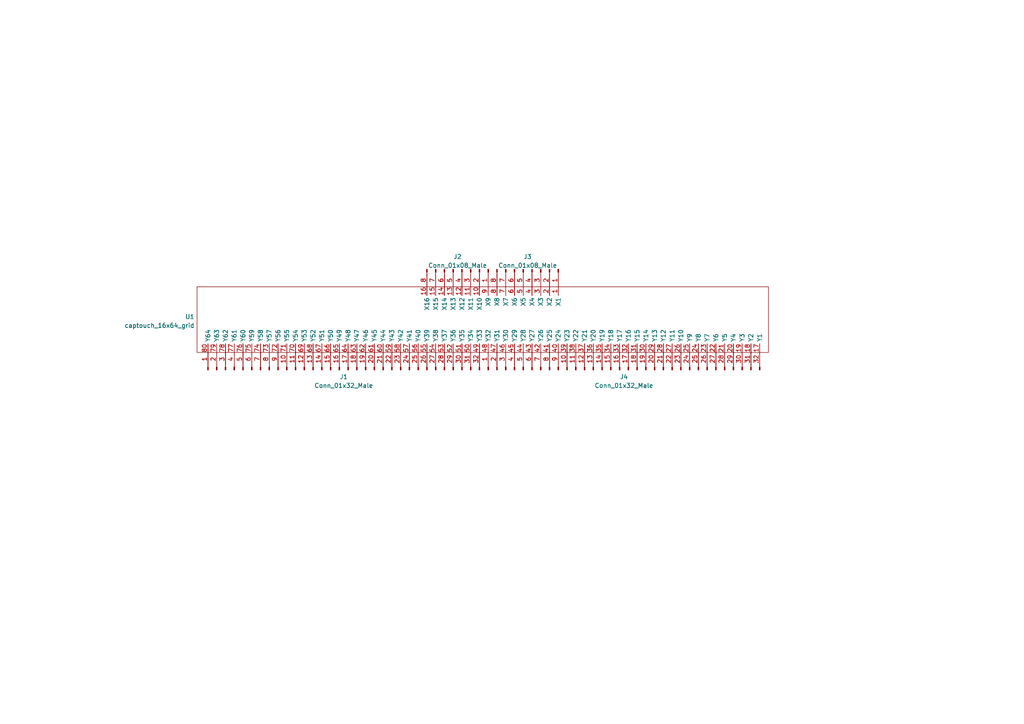
<source format=kicad_sch>
(kicad_sch (version 20211123) (generator eeschema)
  (paper "A4")
  (lib_symbols
    (symbol "Connector:Conn_01x08_Male" (pin_names (offset 1.016) hide)
      (property "Reference" "J" (at 0 10.16 0))
      (property "Value" "Conn_01x08_Male" (at 0 -12.7 0))
      (symbol "Conn_01x08_Male_1_1"
        (polyline (pts (xy 1.27 -10.16) (xy 0.8636 -10.16)) (stroke (width 0.1524)))
        (polyline (pts (xy 1.27 -7.62) (xy 0.8636 -7.62)) (stroke (width 0.1524)))
        (polyline (pts (xy 1.27 -5.08) (xy 0.8636 -5.08)) (stroke (width 0.1524)))
        (polyline (pts (xy 1.27 -2.54) (xy 0.8636 -2.54)) (stroke (width 0.1524)))
        (polyline (pts (xy 1.27 0) (xy 0.8636 0)) (stroke (width 0.1524)))
        (polyline (pts (xy 1.27 2.54) (xy 0.8636 2.54)) (stroke (width 0.1524)))
        (polyline (pts (xy 1.27 5.08) (xy 0.8636 5.08)) (stroke (width 0.1524)))
        (polyline (pts (xy 1.27 7.62) (xy 0.8636 7.62)) (stroke (width 0.1524)))
        (rectangle (start 0.8636 -10.033) (end 0 -10.287) (stroke (width 0.1524)) (fill (type outline)))
        (rectangle (start 0.8636 -7.493) (end 0 -7.747) (stroke (width 0.1524)) (fill (type outline)))
        (rectangle (start 0.8636 -4.953) (end 0 -5.207) (stroke (width 0.1524)) (fill (type outline)))
        (rectangle (start 0.8636 -2.413) (end 0 -2.667) (stroke (width 0.1524)) (fill (type outline)))
        (rectangle (start 0.8636 0.127) (end 0 -0.127) (stroke (width 0.1524)) (fill (type outline)))
        (rectangle (start 0.8636 2.667) (end 0 2.413) (stroke (width 0.1524)) (fill (type outline)))
        (rectangle (start 0.8636 5.207) (end 0 4.953) (stroke (width 0.1524)) (fill (type outline)))
        (rectangle (start 0.8636 7.747) (end 0 7.493) (stroke (width 0.1524)) (fill (type outline)))
        (pin passive line (at 5.08 7.62 180) (length 3.81) (name "Pin_1") (number "1"))
        (pin passive line (at 5.08 5.08 180) (length 3.81) (name "Pin_2") (number "2"))
        (pin passive line (at 5.08 2.54 180) (length 3.81) (name "Pin_3") (number "3"))
        (pin passive line (at 5.08 0 180) (length 3.81) (name "Pin_4") (number "4"))
        (pin passive line (at 5.08 -2.54 180) (length 3.81) (name "Pin_5") (number "5"))
        (pin passive line (at 5.08 -5.08 180) (length 3.81) (name "Pin_6") (number "6"))
        (pin passive line (at 5.08 -7.62 180) (length 3.81) (name "Pin_7") (number "7"))
        (pin passive line (at 5.08 -10.16 180) (length 3.81) (name "Pin_8") (number "8"))
      )
    )
    (symbol "Connector:Conn_01x32_Male" (pin_names (offset 1.016) hide)
      (property "Reference" "J" (at 0 40.64 0))
      (property "Value" "Conn_01x32_Male" (at 0 -43.18 0))
      (symbol "Conn_01x32_Male_1_1"
        (polyline (pts (xy 1.27 -40.64) (xy 0.8636 -40.64)) (stroke (width 0.1524)))
        (polyline (pts (xy 1.27 -38.1) (xy 0.8636 -38.1)) (stroke (width 0.1524)))
        (polyline (pts (xy 1.27 -35.56) (xy 0.8636 -35.56)) (stroke (width 0.1524)))
        (polyline (pts (xy 1.27 -33.02) (xy 0.8636 -33.02)) (stroke (width 0.1524)))
        (polyline (pts (xy 1.27 -30.48) (xy 0.8636 -30.48)) (stroke (width 0.1524)))
        (polyline (pts (xy 1.27 -27.94) (xy 0.8636 -27.94)) (stroke (width 0.1524)))
        (polyline (pts (xy 1.27 -25.4) (xy 0.8636 -25.4)) (stroke (width 0.1524)))
        (polyline (pts (xy 1.27 -22.86) (xy 0.8636 -22.86)) (stroke (width 0.1524)))
        (polyline (pts (xy 1.27 -20.32) (xy 0.8636 -20.32)) (stroke (width 0.1524)))
        (polyline (pts (xy 1.27 -17.78) (xy 0.8636 -17.78)) (stroke (width 0.1524)))
        (polyline (pts (xy 1.27 -15.24) (xy 0.8636 -15.24)) (stroke (width 0.1524)))
        (polyline (pts (xy 1.27 -12.7) (xy 0.8636 -12.7)) (stroke (width 0.1524)))
        (polyline (pts (xy 1.27 -10.16) (xy 0.8636 -10.16)) (stroke (width 0.1524)))
        (polyline (pts (xy 1.27 -7.62) (xy 0.8636 -7.62)) (stroke (width 0.1524)))
        (polyline (pts (xy 1.27 -5.08) (xy 0.8636 -5.08)) (stroke (width 0.1524)))
        (polyline (pts (xy 1.27 -2.54) (xy 0.8636 -2.54)) (stroke (width 0.1524)))
        (polyline (pts (xy 1.27 0) (xy 0.8636 0)) (stroke (width 0.1524)))
        (polyline (pts (xy 1.27 2.54) (xy 0.8636 2.54)) (stroke (width 0.1524)))
        (polyline (pts (xy 1.27 5.08) (xy 0.8636 5.08)) (stroke (width 0.1524)))
        (polyline (pts (xy 1.27 7.62) (xy 0.8636 7.62)) (stroke (width 0.1524)))
        (polyline (pts (xy 1.27 10.16) (xy 0.8636 10.16)) (stroke (width 0.1524)))
        (polyline (pts (xy 1.27 12.7) (xy 0.8636 12.7)) (stroke (width 0.1524)))
        (polyline (pts (xy 1.27 15.24) (xy 0.8636 15.24)) (stroke (width 0.1524)))
        (polyline (pts (xy 1.27 17.78) (xy 0.8636 17.78)) (stroke (width 0.1524)))
        (polyline (pts (xy 1.27 20.32) (xy 0.8636 20.32)) (stroke (width 0.1524)))
        (polyline (pts (xy 1.27 22.86) (xy 0.8636 22.86)) (stroke (width 0.1524)))
        (polyline (pts (xy 1.27 25.4) (xy 0.8636 25.4)) (stroke (width 0.1524)))
        (polyline (pts (xy 1.27 27.94) (xy 0.8636 27.94)) (stroke (width 0.1524)))
        (polyline (pts (xy 1.27 30.48) (xy 0.8636 30.48)) (stroke (width 0.1524)))
        (polyline (pts (xy 1.27 33.02) (xy 0.8636 33.02)) (stroke (width 0.1524)))
        (polyline (pts (xy 1.27 35.56) (xy 0.8636 35.56)) (stroke (width 0.1524)))
        (polyline (pts (xy 1.27 38.1) (xy 0.8636 38.1)) (stroke (width 0.1524)))
        (rectangle (start 0.8636 -40.513) (end 0 -40.767) (stroke (width 0.1524)) (fill (type outline)))
        (rectangle (start 0.8636 -37.973) (end 0 -38.227) (stroke (width 0.1524)) (fill (type outline)))
        (rectangle (start 0.8636 -35.433) (end 0 -35.687) (stroke (width 0.1524)) (fill (type outline)))
        (rectangle (start 0.8636 -32.893) (end 0 -33.147) (stroke (width 0.1524)) (fill (type outline)))
        (rectangle (start 0.8636 -30.353) (end 0 -30.607) (stroke (width 0.1524)) (fill (type outline)))
        (rectangle (start 0.8636 -27.813) (end 0 -28.067) (stroke (width 0.1524)) (fill (type outline)))
        (rectangle (start 0.8636 -25.273) (end 0 -25.527) (stroke (width 0.1524)) (fill (type outline)))
        (rectangle (start 0.8636 -22.733) (end 0 -22.987) (stroke (width 0.1524)) (fill (type outline)))
        (rectangle (start 0.8636 -20.193) (end 0 -20.447) (stroke (width 0.1524)) (fill (type outline)))
        (rectangle (start 0.8636 -17.653) (end 0 -17.907) (stroke (width 0.1524)) (fill (type outline)))
        (rectangle (start 0.8636 -15.113) (end 0 -15.367) (stroke (width 0.1524)) (fill (type outline)))
        (rectangle (start 0.8636 -12.573) (end 0 -12.827) (stroke (width 0.1524)) (fill (type outline)))
        (rectangle (start 0.8636 -10.033) (end 0 -10.287) (stroke (width 0.1524)) (fill (type outline)))
        (rectangle (start 0.8636 -7.493) (end 0 -7.747) (stroke (width 0.1524)) (fill (type outline)))
        (rectangle (start 0.8636 -4.953) (end 0 -5.207) (stroke (width 0.1524)) (fill (type outline)))
        (rectangle (start 0.8636 -2.413) (end 0 -2.667) (stroke (width 0.1524)) (fill (type outline)))
        (rectangle (start 0.8636 0.127) (end 0 -0.127) (stroke (width 0.1524)) (fill (type outline)))
        (rectangle (start 0.8636 2.667) (end 0 2.413) (stroke (width 0.1524)) (fill (type outline)))
        (rectangle (start 0.8636 5.207) (end 0 4.953) (stroke (width 0.1524)) (fill (type outline)))
        (rectangle (start 0.8636 7.747) (end 0 7.493) (stroke (width 0.1524)) (fill (type outline)))
        (rectangle (start 0.8636 10.287) (end 0 10.033) (stroke (width 0.1524)) (fill (type outline)))
        (rectangle (start 0.8636 12.827) (end 0 12.573) (stroke (width 0.1524)) (fill (type outline)))
        (rectangle (start 0.8636 15.367) (end 0 15.113) (stroke (width 0.1524)) (fill (type outline)))
        (rectangle (start 0.8636 17.907) (end 0 17.653) (stroke (width 0.1524)) (fill (type outline)))
        (rectangle (start 0.8636 20.447) (end 0 20.193) (stroke (width 0.1524)) (fill (type outline)))
        (rectangle (start 0.8636 22.987) (end 0 22.733) (stroke (width 0.1524)) (fill (type outline)))
        (rectangle (start 0.8636 25.527) (end 0 25.273) (stroke (width 0.1524)) (fill (type outline)))
        (rectangle (start 0.8636 28.067) (end 0 27.813) (stroke (width 0.1524)) (fill (type outline)))
        (rectangle (start 0.8636 30.607) (end 0 30.353) (stroke (width 0.1524)) (fill (type outline)))
        (rectangle (start 0.8636 33.147) (end 0 32.893) (stroke (width 0.1524)) (fill (type outline)))
        (rectangle (start 0.8636 35.687) (end 0 35.433) (stroke (width 0.1524)) (fill (type outline)))
        (rectangle (start 0.8636 38.227) (end 0 37.973) (stroke (width 0.1524)) (fill (type outline)))
        (pin passive line (at 5.08 38.1 180) (length 3.81) (name "Pin_1") (number "1"))
        (pin passive line (at 5.08 15.24 180) (length 3.81) (name "Pin_10") (number "10"))
        (pin passive line (at 5.08 12.7 180) (length 3.81) (name "Pin_11") (number "11"))
        (pin passive line (at 5.08 10.16 180) (length 3.81) (name "Pin_12") (number "12"))
        (pin passive line (at 5.08 7.62 180) (length 3.81) (name "Pin_13") (number "13"))
        (pin passive line (at 5.08 5.08 180) (length 3.81) (name "Pin_14") (number "14"))
        (pin passive line (at 5.08 2.54 180) (length 3.81) (name "Pin_15") (number "15"))
        (pin passive line (at 5.08 0 180) (length 3.81) (name "Pin_16") (number "16"))
        (pin passive line (at 5.08 -2.54 180) (length 3.81) (name "Pin_17") (number "17"))
        (pin passive line (at 5.08 -5.08 180) (length 3.81) (name "Pin_18") (number "18"))
        (pin passive line (at 5.08 -7.62 180) (length 3.81) (name "Pin_19") (number "19"))
        (pin passive line (at 5.08 35.56 180) (length 3.81) (name "Pin_2") (number "2"))
        (pin passive line (at 5.08 -10.16 180) (length 3.81) (name "Pin_20") (number "20"))
        (pin passive line (at 5.08 -12.7 180) (length 3.81) (name "Pin_21") (number "21"))
        (pin passive line (at 5.08 -15.24 180) (length 3.81) (name "Pin_22") (number "22"))
        (pin passive line (at 5.08 -17.78 180) (length 3.81) (name "Pin_23") (number "23"))
        (pin passive line (at 5.08 -20.32 180) (length 3.81) (name "Pin_24") (number "24"))
        (pin passive line (at 5.08 -22.86 180) (length 3.81) (name "Pin_25") (number "25"))
        (pin passive line (at 5.08 -25.4 180) (length 3.81) (name "Pin_26") (number "26"))
        (pin passive line (at 5.08 -27.94 180) (length 3.81) (name "Pin_27") (number "27"))
        (pin passive line (at 5.08 -30.48 180) (length 3.81) (name "Pin_28") (number "28"))
        (pin passive line (at 5.08 -33.02 180) (length 3.81) (name "Pin_29") (number "29"))
        (pin passive line (at 5.08 33.02 180) (length 3.81) (name "Pin_3") (number "3"))
        (pin passive line (at 5.08 -35.56 180) (length 3.81) (name "Pin_30") (number "30"))
        (pin passive line (at 5.08 -38.1 180) (length 3.81) (name "Pin_31") (number "31"))
        (pin passive line (at 5.08 -40.64 180) (length 3.81) (name "Pin_32") (number "32"))
        (pin passive line (at 5.08 30.48 180) (length 3.81) (name "Pin_4") (number "4"))
        (pin passive line (at 5.08 27.94 180) (length 3.81) (name "Pin_5") (number "5"))
        (pin passive line (at 5.08 25.4 180) (length 3.81) (name "Pin_6") (number "6"))
        (pin passive line (at 5.08 22.86 180) (length 3.81) (name "Pin_7") (number "7"))
        (pin passive line (at 5.08 20.32 180) (length 3.81) (name "Pin_8") (number "8"))
        (pin passive line (at 5.08 17.78 180) (length 3.81) (name "Pin_9") (number "9"))
      )
    )
    (symbol "asmr-kicad:captouch_16x64_grid"
      (property "Reference" "U" (at 5.08 2.54 0))
      (property "Value" "captouch_16x64_grid" (at 5.08 5.08 0))
      (symbol "captouch_16x64_grid_0_1"
        (rectangle (start -3.81 0) (end 15.24 -165.735) (stroke (width 0.1524)))
      )
      (symbol "captouch_16x64_grid_1_1"
        (pin input line (at -3.81 -60.96 0) (length 2.54) (name "X1") (number "1"))
        (pin input line (at -3.81 -83.82 0) (length 2.54) (name "X10") (number "10"))
        (pin input line (at -3.81 -86.36 0) (length 2.54) (name "X11") (number "11"))
        (pin input line (at -3.81 -88.9 0) (length 2.54) (name "X12") (number "12"))
        (pin input line (at -3.81 -91.44 0) (length 2.54) (name "X13") (number "13"))
        (pin input line (at -3.81 -93.98 0) (length 2.54) (name "X14") (number "14"))
        (pin input line (at -3.81 -96.52 0) (length 2.54) (name "X15") (number "15"))
        (pin input line (at -3.81 -99.06 0) (length 2.54) (name "X16") (number "16"))
        (pin input line (at 15.24 -2.54 180) (length 2.54) (name "Y1") (number "17"))
        (pin input line (at 15.24 -5.08 180) (length 2.54) (name "Y2") (number "18"))
        (pin input line (at 15.24 -7.62 180) (length 2.54) (name "Y3") (number "19"))
        (pin input line (at -3.81 -63.5 0) (length 2.54) (name "X2") (number "2"))
        (pin input line (at 15.24 -10.16 180) (length 2.54) (name "Y4") (number "20"))
        (pin input line (at 15.24 -12.7 180) (length 2.54) (name "Y5") (number "21"))
        (pin input line (at 15.24 -15.24 180) (length 2.54) (name "Y6") (number "22"))
        (pin input line (at 15.24 -17.78 180) (length 2.54) (name "Y7") (number "23"))
        (pin input line (at 15.24 -20.32 180) (length 2.54) (name "Y8") (number "24"))
        (pin input line (at 15.24 -22.86 180) (length 2.54) (name "Y9") (number "25"))
        (pin input line (at 15.24 -25.4 180) (length 2.54) (name "Y10") (number "26"))
        (pin input line (at 15.24 -27.94 180) (length 2.54) (name "Y11") (number "27"))
        (pin input line (at 15.24 -30.48 180) (length 2.54) (name "Y12") (number "28"))
        (pin input line (at 15.24 -33.02 180) (length 2.54) (name "Y13") (number "29"))
        (pin input line (at -3.81 -66.04 0) (length 2.54) (name "X3") (number "3"))
        (pin input line (at 15.24 -35.56 180) (length 2.54) (name "Y14") (number "30"))
        (pin input line (at 15.24 -38.1 180) (length 2.54) (name "Y15") (number "31"))
        (pin input line (at 15.24 -40.64 180) (length 2.54) (name "Y16") (number "32"))
        (pin input line (at 15.24 -43.18 180) (length 2.54) (name "Y17") (number "33"))
        (pin input line (at 15.24 -45.72 180) (length 2.54) (name "Y18") (number "34"))
        (pin input line (at 15.24 -48.26 180) (length 2.54) (name "Y19") (number "35"))
        (pin input line (at 15.24 -50.8 180) (length 2.54) (name "Y20") (number "36"))
        (pin input line (at 15.24 -53.34 180) (length 2.54) (name "Y21") (number "37"))
        (pin input line (at 15.24 -55.88 180) (length 2.54) (name "Y22") (number "38"))
        (pin input line (at 15.24 -58.42 180) (length 2.54) (name "Y23") (number "39"))
        (pin input line (at -3.81 -68.58 0) (length 2.54) (name "X4") (number "4"))
        (pin input line (at 15.24 -60.96 180) (length 2.54) (name "Y24") (number "40"))
        (pin input line (at 15.24 -63.5 180) (length 2.54) (name "Y25") (number "41"))
        (pin input line (at 15.24 -66.04 180) (length 2.54) (name "Y26") (number "42"))
        (pin input line (at 15.24 -68.58 180) (length 2.54) (name "Y27") (number "43"))
        (pin input line (at 15.24 -71.12 180) (length 2.54) (name "Y28") (number "44"))
        (pin input line (at 15.24 -73.66 180) (length 2.54) (name "Y29") (number "45"))
        (pin input line (at 15.24 -76.2 180) (length 2.54) (name "Y30") (number "46"))
        (pin input line (at 15.24 -78.74 180) (length 2.54) (name "Y31") (number "47"))
        (pin input line (at 15.24 -81.28 180) (length 2.54) (name "Y32") (number "48"))
        (pin input line (at 15.24 -83.82 180) (length 2.54) (name "Y33") (number "49"))
        (pin input line (at -3.81 -71.12 0) (length 2.54) (name "X5") (number "5"))
        (pin input line (at 15.24 -86.36 180) (length 2.54) (name "Y34") (number "50"))
        (pin input line (at 15.24 -88.9 180) (length 2.54) (name "Y35") (number "51"))
        (pin input line (at 15.24 -91.44 180) (length 2.54) (name "Y36") (number "52"))
        (pin input line (at 15.24 -93.98 180) (length 2.54) (name "Y37") (number "53"))
        (pin input line (at 15.24 -96.52 180) (length 2.54) (name "Y38") (number "54"))
        (pin input line (at 15.24 -99.06 180) (length 2.54) (name "Y39") (number "55"))
        (pin input line (at 15.24 -101.6 180) (length 2.54) (name "Y40") (number "56"))
        (pin input line (at 15.24 -104.14 180) (length 2.54) (name "Y41") (number "57"))
        (pin input line (at 15.24 -106.68 180) (length 2.54) (name "Y42") (number "58"))
        (pin input line (at 15.24 -109.22 180) (length 2.54) (name "Y43") (number "59"))
        (pin input line (at -3.81 -73.66 0) (length 2.54) (name "X6") (number "6"))
        (pin input line (at 15.24 -111.76 180) (length 2.54) (name "Y44") (number "60"))
        (pin input line (at 15.24 -114.3 180) (length 2.54) (name "Y45") (number "61"))
        (pin input line (at 15.24 -116.84 180) (length 2.54) (name "Y46") (number "62"))
        (pin input line (at 15.24 -119.38 180) (length 2.54) (name "Y47") (number "63"))
        (pin input line (at 15.24 -121.92 180) (length 2.54) (name "Y48") (number "64"))
        (pin input line (at 15.24 -124.46 180) (length 2.54) (name "Y49") (number "65"))
        (pin input line (at 15.24 -127 180) (length 2.54) (name "Y50") (number "66"))
        (pin input line (at 15.24 -129.54 180) (length 2.54) (name "Y51") (number "67"))
        (pin input line (at 15.24 -132.08 180) (length 2.54) (name "Y52") (number "68"))
        (pin input line (at 15.24 -134.62 180) (length 2.54) (name "Y53") (number "69"))
        (pin input line (at -3.81 -76.2 0) (length 2.54) (name "X7") (number "7"))
        (pin input line (at 15.24 -137.16 180) (length 2.54) (name "Y54") (number "70"))
        (pin input line (at 15.24 -139.7 180) (length 2.54) (name "Y55") (number "71"))
        (pin input line (at 15.24 -142.24 180) (length 2.54) (name "Y56") (number "72"))
        (pin input line (at 15.24 -144.78 180) (length 2.54) (name "Y57") (number "73"))
        (pin input line (at 15.24 -147.32 180) (length 2.54) (name "Y58") (number "74"))
        (pin input line (at 15.24 -149.86 180) (length 2.54) (name "Y59") (number "75"))
        (pin input line (at 15.24 -152.4 180) (length 2.54) (name "Y60") (number "76"))
        (pin input line (at 15.24 -154.94 180) (length 2.54) (name "Y61") (number "77"))
        (pin input line (at 15.24 -157.48 180) (length 2.54) (name "Y62") (number "78"))
        (pin input line (at 15.24 -160.02 180) (length 2.54) (name "Y63") (number "79"))
        (pin input line (at -3.81 -78.74 0) (length 2.54) (name "X8") (number "8"))
        (pin input line (at 15.24 -162.56 180) (length 2.54) (name "Y64") (number "80"))
        (pin input line (at -3.81 -81.28 0) (length 2.54) (name "X9") (number "9"))
      )
    )
  )
  (symbol (lib_id "asmr-kicad:captouch_16x64_grid") (at 222.885 86.995 270) (unit 1)
    (property "Reference" "U1" (at 56.4388 91.8753 90) (effects (justify right)))
    (property "Value" "captouch_16x64_grid" (at 56.4388 94.4122 90) (effects (justify right)))
    (property "Footprint" "ASMR_footprints:captouch_16x64_padded_interleaved_tight" (effects hide))
  )
  (symbol (lib_id "Connector:Conn_01x08_Male") (at 154.305 78.105 270) (unit 1)
    (property "Reference" "J3" (at 153.035 74.456 90))
    (property "Value" "Conn_01x08_Male" (at 153.035 76.9929 90))
    (property "Footprint" "ASMR_footprints:Conn_FFC_1x8_0.5mm_Molex_5019510830" (effects hide))
  )
  (symbol (lib_id "Connector:Conn_01x32_Male") (at 179.705 107.315 90) (unit 1)
    (property "Reference" "J4" (at 180.975 109.2946 90))
    (property "Value" "Conn_01x32_Male" (at 180.975 111.8315 90))
    (property "Footprint" "ASMR_footprints:Conn_FFC_1x32_0.5mm_Molex_5019513210" (effects hide))
  )
  (symbol (lib_id "Connector:Conn_01x08_Male") (at 133.985 78.105 270) (unit 1)
    (property "Reference" "J2" (at 132.715 74.456 90))
    (property "Value" "Conn_01x08_Male" (at 132.715 76.9929 90))
    (property "Footprint" "ASMR_footprints:Conn_FFC_1x8_0.5mm_Molex_5019510830" (effects hide))
  )
  (symbol (lib_id "Connector:Conn_01x32_Male") (at 98.425 107.315 90) (unit 1)
    (property "Reference" "J1" (at 99.695 109.2946 90))
    (property "Value" "Conn_01x32_Male" (at 99.695 111.8315 90))
    (property "Footprint" "ASMR_footprints:Conn_FFC_1x32_0.5mm_Molex_5019513210" (effects hide))
  )
)
</source>
